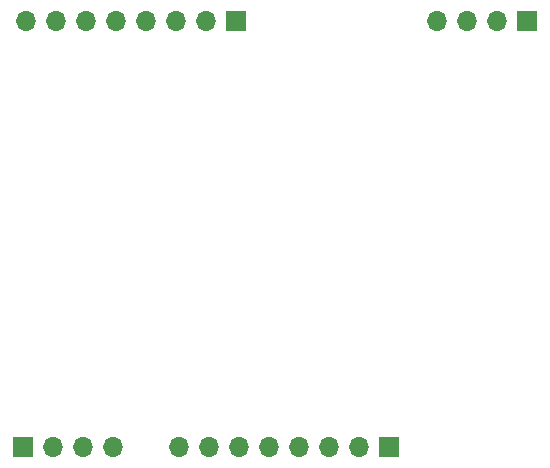
<source format=gbr>
%TF.GenerationSoftware,KiCad,Pcbnew,(5.1.10-1-10_14)*%
%TF.CreationDate,2021-09-22T20:52:25-04:00*%
%TF.ProjectId,SHIFT,53484946-542e-46b6-9963-61645f706362,rev?*%
%TF.SameCoordinates,Original*%
%TF.FileFunction,Soldermask,Bot*%
%TF.FilePolarity,Negative*%
%FSLAX46Y46*%
G04 Gerber Fmt 4.6, Leading zero omitted, Abs format (unit mm)*
G04 Created by KiCad (PCBNEW (5.1.10-1-10_14)) date 2021-09-22 20:52:25*
%MOMM*%
%LPD*%
G01*
G04 APERTURE LIST*
%ADD10R,1.700000X1.700000*%
%ADD11O,1.700000X1.700000*%
G04 APERTURE END LIST*
D10*
%TO.C,J4*%
X129794000Y-87884000D03*
D11*
X132334000Y-87884000D03*
X134874000Y-87884000D03*
X137414000Y-87884000D03*
%TD*%
%TO.C,J1*%
X164846000Y-51816000D03*
X167386000Y-51816000D03*
X169926000Y-51816000D03*
D10*
X172466000Y-51816000D03*
%TD*%
D11*
%TO.C,J3*%
X143002000Y-87884000D03*
X145542000Y-87884000D03*
X148082000Y-87884000D03*
X150622000Y-87884000D03*
X153162000Y-87884000D03*
X155702000Y-87884000D03*
X158242000Y-87884000D03*
D10*
X160782000Y-87884000D03*
%TD*%
D11*
%TO.C,J2*%
X130048000Y-51816000D03*
X132588000Y-51816000D03*
X135128000Y-51816000D03*
X137668000Y-51816000D03*
X140208000Y-51816000D03*
X142748000Y-51816000D03*
X145288000Y-51816000D03*
D10*
X147828000Y-51816000D03*
%TD*%
M02*

</source>
